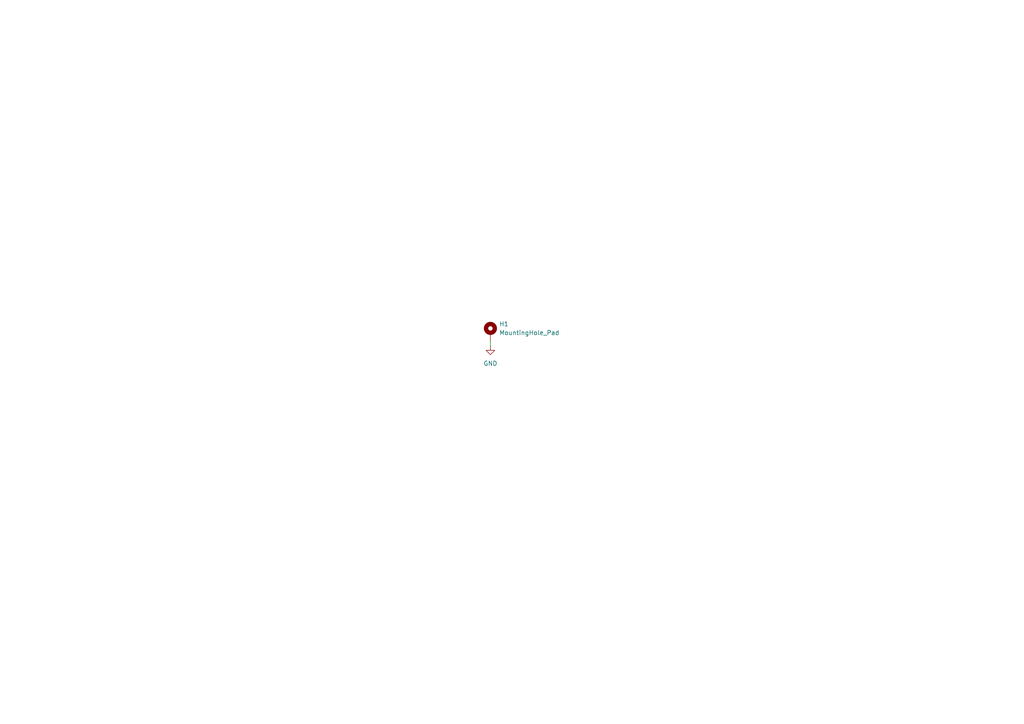
<source format=kicad_sch>
(kicad_sch (version 20231120) (generator "eeschema") (generator_version "8.0")
  (paper "A4")
  (lib_symbols
    (symbol "Mechanical:MountingHole_Pad" (pin_numbers hide) (pin_names (offset 1.016) hide) (exclude_from_sim yes) (in_bom no)
      (property "Reference" "H" (at 0 6.35 0))
      (property "Value" "MountingHole_Pad" (at 0 4.445 0))
      (symbol "MountingHole_Pad_0_1"
        (circle (center 0 1.27) (radius 1.27) (stroke (width 1.27)))
      )
      (symbol "MountingHole_Pad_1_1"
        (pin input line (at 0 -2.54 90) (length 2.54) (name "1") (number "1"))
      )
    )
    (symbol "power:GND" (power) (pin_numbers hide) (pin_names (offset 0) hide)
      (property "Value" "GND" (at 0 -3.81 0))
      (symbol "GND_0_1"
        (polyline (pts (xy 0 0) (xy 0 -1.27) (xy 1.27 -1.27) (xy 0 -2.54) (xy -1.27 -1.27) (xy 0 -1.27)))
      )
      (symbol "GND_1_1"
        (pin power_in line (at 0 0 270) (length 0) (name "~") (number "1"))
      )
    )
  )
  (wire (pts (xy 142.24 99.06) (xy 142.24 100.33)))
  (symbol (lib_id "power:GND") (at 142.24 100.33 0) (unit 1)
    (property "Reference" "#PWR01" (effects (hide yes)))
    (property "Value" "GND" (at 142.24 105.41 0))
    (property "Description" "Power symbol creates a global label with name \"GND\" , ground" (effects (hide yes)))
  )
  (symbol (lib_id "Mechanical:MountingHole_Pad") (at 142.24 96.52 0) (unit 1) (exclude_from_sim yes) (in_bom no)
    (property "Reference" "H1" (at 144.78 93.9799 0) (effects (justify left)))
    (property "Value" "MountingHole_Pad" (at 144.78 96.5199 0) (effects (justify left)))
    (property "Footprint" "MountingHole:MountingHole_3.2mm_M3_DIN965_Pad" (effects (hide yes)))
    (property "Description" "Mounting Hole with connection" (effects (hide yes)))
  )
)
</source>
